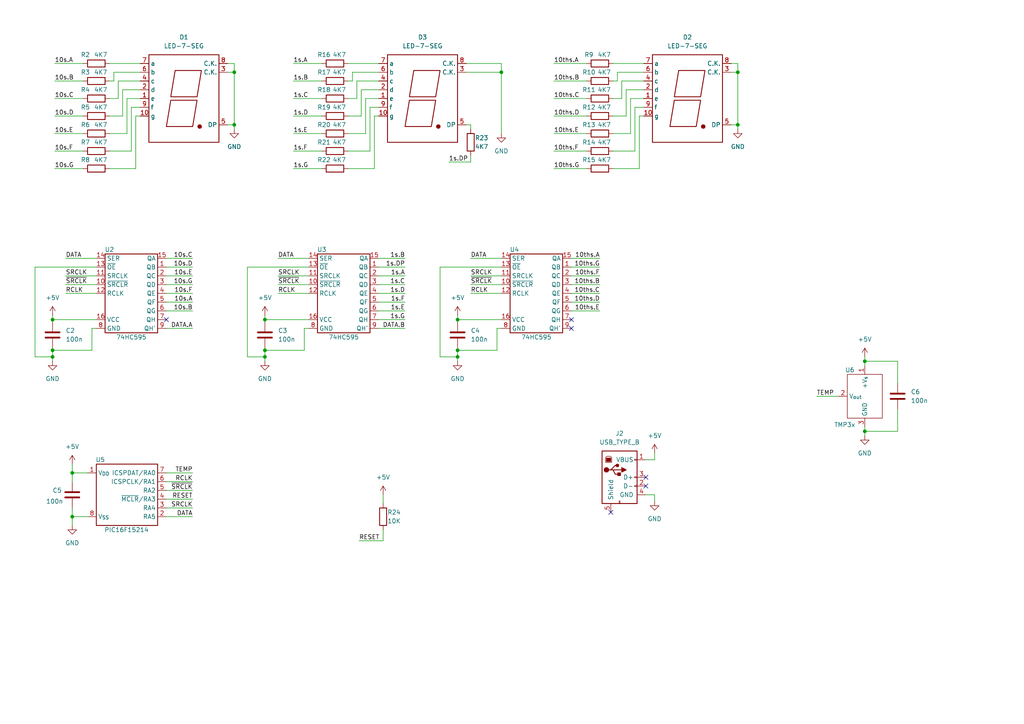
<source format=kicad_sch>
(kicad_sch (version 20230121) (generator eeschema)
  (paper "A4")
  (lib_symbols
    (symbol "Device:R" (pin_numbers hide) (pin_names (offset 0))
      (property "Reference" "R" (at 2.032 0 90))
      (property "Value" "R" (at 0 0 90))
      (symbol "R_0_1"
        (rectangle (start -1.016 -2.54) (end 1.016 2.54) (stroke (width 0.254)))
      )
      (symbol "R_1_1"
        (pin passive line (at 0 3.81 270) (length 1.27) (name "~") (number "1"))
        (pin passive line (at 0 -3.81 90) (length 1.27) (name "~") (number "2"))
      )
    )
    (symbol "Schematic Symbols:74HC595"
      (property "Reference" "U" (at -6.35 15.24 0))
      (property "Value" "74HC595" (at -2.54 12.7 0))
      (symbol "74HC595_1_0"
        (pin output line (at 10.16 7.62 180) (length 2.54) (name "QB") (number "1"))
        (pin input line (at -10.16 2.54 0) (length 2.54) (name "~{SRCLR}") (number "10"))
        (pin input line (at -10.16 5.08 0) (length 2.54) (name "SRCLK") (number "11"))
        (pin input line (at -10.16 0 0) (length 2.54) (name "RCLK") (number "12"))
        (pin input line (at -10.16 7.62 0) (length 2.54) (name "~{OE}") (number "13"))
        (pin input line (at -10.16 10.16 0) (length 2.54) (name "SER") (number "14"))
        (pin output line (at 10.16 10.16 180) (length 2.54) (name "QA") (number "15"))
        (pin power_in line (at -10.16 -7.62 0) (length 2.54) (name "VCC") (number "16"))
        (pin output line (at 10.16 5.08 180) (length 2.54) (name "QC") (number "2"))
        (pin output line (at 10.16 2.54 180) (length 2.54) (name "QD") (number "3"))
        (pin output line (at 10.16 0 180) (length 2.54) (name "QE") (number "4"))
        (pin output line (at 10.16 -2.54 180) (length 2.54) (name "QF") (number "5"))
        (pin output line (at 10.16 -5.08 180) (length 2.54) (name "QG") (number "6"))
        (pin output line (at 10.16 -7.62 180) (length 2.54) (name "QH") (number "7"))
        (pin power_in line (at -10.16 -10.16 0) (length 2.54) (name "GND") (number "8"))
        (pin output line (at 10.16 -10.16 180) (length 2.54) (name "QH'") (number "9"))
      )
      (symbol "74HC595_1_1"
        (rectangle (start -7.62 11.43) (end 7.62 -11.43) (stroke (width 0.254)))
      )
    )
    (symbol "Schematic Symbols:C" (pin_numbers hide) (pin_names (offset 0.254))
      (property "Reference" "C" (at 0.635 2.54 0))
      (property "Value" "C" (at 0.635 -2.54 0))
      (symbol "C_0_1"
        (polyline (pts (xy -2.032 -0.762) (xy 2.032 -0.762)) (stroke (width 0.508)))
        (polyline (pts (xy -2.032 0.762) (xy 2.032 0.762)) (stroke (width 0.508)))
      )
      (symbol "C_1_1"
        (pin passive line (at 0 3.81 270) (length 2.794) (name "~") (number "1"))
        (pin passive line (at 0 -3.81 90) (length 2.794) (name "~") (number "2"))
      )
    )
    (symbol "Schematic Symbols:LED-7-SEG"
      (property "Reference" "D" (at -10.16 13.97 0))
      (property "Value" "LED-7-SEG" (at 4.064 13.97 0))
      (symbol "LED-7-SEG_0_1"
        (rectangle (start -10.16 12.7) (end 10.16 -12.7) (stroke (width 0.254)))
        (polyline (pts (xy -3.81 -0.508) (xy 3.81 -0.508) (xy 2.54 -8.128) (xy -5.08 -8.128) (xy -3.81 -0.508) (xy -3.81 -0.508)) (stroke (width 0.254)))
        (polyline (pts (xy -2.54 8.128) (xy 5.08 8.128) (xy 3.81 0.508) (xy -3.81 0.508) (xy -2.54 8.128) (xy -2.54 8.128)) (stroke (width 0.254)))
        (circle (center 4.572 -8.128) (radius 0.508) (stroke (width 0.254)) (fill (type outline)))
      )
      (symbol "LED-7-SEG_1_1"
        (pin passive line (at -12.7 0 0) (length 2.54) (name "e") (number "1"))
        (pin passive line (at -12.7 -5.08 0) (length 2.54) (name "g") (number "10"))
        (pin passive line (at -12.7 2.54 0) (length 2.54) (name "d") (number "2"))
        (pin passive line (at 12.7 7.62 180) (length 2.54) (name "C.K.") (number "3"))
        (pin passive line (at -12.7 5.08 0) (length 2.54) (name "c") (number "4"))
        (pin passive line (at 12.7 -7.62 180) (length 2.54) (name "DP") (number "5"))
        (pin passive line (at -12.7 7.62 0) (length 2.54) (name "b") (number "6"))
        (pin passive line (at -12.7 10.16 0) (length 2.54) (name "a") (number "7"))
        (pin passive line (at 12.7 10.16 180) (length 2.54) (name "C.K.") (number "8"))
        (pin passive line (at -12.7 -2.54 0) (length 2.54) (name "f") (number "9"))
      )
    )
    (symbol "Schematic Symbols:PIC16F15214"
      (property "Reference" "U" (at -8.89 10.16 0))
      (property "Value" "PIC16F15214" (at 0 -10.16 0))
      (symbol "PIC16F15214_0_1"
        (rectangle (start -8.89 8.89) (end 8.89 -8.89) (stroke (width 0.254)))
      )
      (symbol "PIC16F15214_1_1"
        (pin power_in line (at -11.43 6.35 0) (length 2.54) (name "V_{DD}") (number "1"))
        (pin bidirectional line (at 11.43 -6.35 180) (length 2.54) (name "RA5") (number "2"))
        (pin bidirectional line (at 11.43 -3.81 180) (length 2.54) (name "RA4") (number "3"))
        (pin bidirectional line (at 11.43 -1.27 180) (length 2.54) (name "~{MCLR}/RA3") (number "4"))
        (pin bidirectional line (at 11.43 1.27 180) (length 2.54) (name "RA2") (number "5"))
        (pin bidirectional line (at 11.43 3.81 180) (length 2.54) (name "ICSPCLK/RA1") (number "6"))
        (pin bidirectional line (at 11.43 6.35 180) (length 2.54) (name "ICSPDAT/RA0") (number "7"))
        (pin power_in line (at -11.43 -6.35 0) (length 2.54) (name "V_{SS}") (number "8"))
      )
    )
    (symbol "Schematic Symbols:TMP3x"
      (property "Reference" "U" (at -5.08 7.62 0))
      (property "Value" "TMP3x" (at 3.81 -7.62 0))
      (symbol "TMP3x_0_1"
        (rectangle (start -5.08 6.35) (end 5.08 -6.35))
      )
      (symbol "TMP3x_1_1"
        (pin power_in line (at 0 8.89 270) (length 2.54) (name "+V_{s}") (number "1"))
        (pin output line (at 7.62 0 180) (length 2.54) (name "V_{out}") (number "2"))
        (pin power_in line (at 0 -8.89 90) (length 2.54) (name "GND") (number "3"))
      )
    )
    (symbol "Schematic Symbols:USB_TYPE_B" (pin_names (offset 1.016))
      (property "Reference" "J" (at -5.08 11.43 0))
      (property "Value" "USB_TYPE_B" (at -5.08 8.89 0))
      (symbol "USB_TYPE_B_0_1"
        (rectangle (start -5.08 -7.62) (end 5.08 7.62) (stroke (width 0.254)))
        (circle (center -3.81 2.159) (radius 0.635) (stroke (width 0.254)) (fill (type outline)))
        (rectangle (start -3.81 5.588) (end -2.54 4.572) (fill (type outline)))
        (circle (center -0.635 3.429) (radius 0.381) (stroke (width 0.254)) (fill (type outline)))
        (rectangle (start -0.127 -7.62) (end 0.127 -6.858))
        (polyline (pts (xy -1.905 2.159) (xy 0.635 2.159)) (stroke (width 0.254)))
        (polyline (pts (xy -3.175 2.159) (xy -2.54 2.159) (xy -1.27 3.429) (xy -0.635 3.429)) (stroke (width 0.254)))
        (polyline (pts (xy -2.54 2.159) (xy -1.905 2.159) (xy -1.27 0.889) (xy 0 0.889)) (stroke (width 0.254)))
        (polyline (pts (xy 0.635 2.794) (xy 0.635 1.524) (xy 1.905 2.159) (xy 0.635 2.794)) (stroke (width 0.254)) (fill (type outline)))
        (polyline (pts (xy -4.064 4.318) (xy -2.286 4.318) (xy -2.286 5.715) (xy -2.667 6.096) (xy -3.683 6.096) (xy -4.064 5.715) (xy -4.064 4.318)))
        (rectangle (start 0.254 1.27) (end -0.508 0.508) (stroke (width 0.254)) (fill (type outline)))
        (rectangle (start 5.08 -2.667) (end 4.318 -2.413))
        (rectangle (start 5.08 -0.127) (end 4.318 0.127))
        (rectangle (start 5.08 4.953) (end 4.318 5.207))
      )
      (symbol "USB_TYPE_B_1_1"
        (pin power_out line (at 7.62 5.08 180) (length 2.54) (name "VBUS") (number "1"))
        (pin bidirectional line (at 7.62 -2.54 180) (length 2.54) (name "D-") (number "2"))
        (pin bidirectional line (at 7.62 0 180) (length 2.54) (name "D+") (number "3"))
        (pin power_out line (at 7.62 -5.08 180) (length 2.54) (name "GND") (number "4"))
        (pin passive line (at -2.54 -10.16 90) (length 2.54) (name "Shield") (number "5"))
      )
    )
    (symbol "power:+5V" (power) (pin_names (offset 0))
      (property "Value" "+5V" (at 0 3.556 0))
      (symbol "+5V_0_1"
        (polyline (pts (xy -0.762 1.27) (xy 0 2.54)))
        (polyline (pts (xy 0 0) (xy 0 2.54)))
        (polyline (pts (xy 0 2.54) (xy 0.762 1.27)))
      )
      (symbol "+5V_1_1"
        (pin power_in line (at 0 0 90) (length 0) hide (name "+5V") (number "1"))
      )
    )
    (symbol "power:GND" (power) (pin_names (offset 0))
      (property "Value" "GND" (at 0 -3.81 0))
      (symbol "GND_0_1"
        (polyline (pts (xy 0 0) (xy 0 -1.27) (xy 1.27 -1.27) (xy 0 -2.54) (xy -1.27 -1.27) (xy 0 -1.27)))
      )
      (symbol "GND_1_1"
        (pin power_in line (at 0 0 270) (length 0) hide (name "GND") (number "1"))
      )
    )
  )
  (junction (at 20.955 137.16))
  (junction (at 76.835 101.6))
  (junction (at 250.825 125.095))
  (junction (at 15.24 101.6))
  (junction (at 15.24 103.505))
  (junction (at 67.945 20.955))
  (junction (at 250.825 104.775))
  (junction (at 213.995 36.195))
  (junction (at 132.715 103.505))
  (junction (at 76.835 92.71))
  (junction (at 67.945 36.195))
  (junction (at 132.715 92.71))
  (junction (at 213.995 20.955))
  (junction (at 15.24 92.71))
  (junction (at 145.415 20.955))
  (junction (at 132.715 101.6))
  (junction (at 76.835 103.505))
  (junction (at 20.955 149.86))
  (no_connect (at 177.165 148.59))
  (no_connect (at 187.325 140.97))
  (no_connect (at 165.735 95.25))
  (no_connect (at 48.26 92.71))
  (no_connect (at 165.735 92.71))
  (no_connect (at 187.325 138.43))
  (wire (pts (xy 15.875 23.495) (xy 24.13 23.495)))
  (wire (pts (xy 100.965 33.655) (xy 104.775 33.655)))
  (wire (pts (xy 48.26 142.24) (xy 55.88 142.24)))
  (wire (pts (xy 165.735 74.93) (xy 173.99 74.93)))
  (wire (pts (xy 109.855 95.25) (xy 117.475 95.25)))
  (wire (pts (xy 48.26 74.93) (xy 55.88 74.93)))
  (wire (pts (xy 89.535 77.47) (xy 71.755 77.47)))
  (wire (pts (xy 67.945 36.195) (xy 67.945 37.465)))
  (wire (pts (xy 132.715 103.505) (xy 132.715 104.775)))
  (wire (pts (xy 250.825 123.825) (xy 250.825 125.095)))
  (wire (pts (xy 189.865 145.415) (xy 189.865 143.51)))
  (wire (pts (xy 76.835 92.71) (xy 76.835 93.345)))
  (wire (pts (xy 15.24 92.71) (xy 15.24 93.345)))
  (wire (pts (xy 109.855 31.115) (xy 107.315 31.115)))
  (wire (pts (xy 26.67 101.6) (xy 15.24 101.6)))
  (wire (pts (xy 80.645 80.01) (xy 89.535 80.01)))
  (wire (pts (xy 85.09 33.655) (xy 93.345 33.655)))
  (wire (pts (xy 80.645 85.09) (xy 89.535 85.09)))
  (wire (pts (xy 71.755 103.505) (xy 76.835 103.505)))
  (wire (pts (xy 189.865 133.35) (xy 187.325 133.35)))
  (wire (pts (xy 127.635 77.47) (xy 127.635 103.505)))
  (wire (pts (xy 38.1 31.115) (xy 38.1 43.815)))
  (wire (pts (xy 15.875 38.735) (xy 24.13 38.735)))
  (wire (pts (xy 160.655 28.575) (xy 170.18 28.575)))
  (wire (pts (xy 177.8 33.655) (xy 181.61 33.655)))
  (wire (pts (xy 109.855 80.01) (xy 117.475 80.01)))
  (wire (pts (xy 181.61 26.035) (xy 181.61 33.655)))
  (wire (pts (xy 109.855 92.71) (xy 117.475 92.71)))
  (wire (pts (xy 177.8 43.815) (xy 184.15 43.815)))
  (wire (pts (xy 260.35 125.095) (xy 250.825 125.095)))
  (wire (pts (xy 48.26 137.16) (xy 55.88 137.16)))
  (wire (pts (xy 100.965 48.895) (xy 108.585 48.895)))
  (wire (pts (xy 31.75 18.415) (xy 40.64 18.415)))
  (wire (pts (xy 107.315 31.115) (xy 107.315 43.815)))
  (wire (pts (xy 31.75 43.815) (xy 38.1 43.815)))
  (wire (pts (xy 25.4 137.16) (xy 20.955 137.16)))
  (wire (pts (xy 20.955 147.32) (xy 20.955 149.86)))
  (wire (pts (xy 31.75 23.495) (xy 33.02 23.495)))
  (wire (pts (xy 109.855 26.035) (xy 104.775 26.035)))
  (wire (pts (xy 250.825 103.505) (xy 250.825 104.775)))
  (wire (pts (xy 165.735 90.17) (xy 173.99 90.17)))
  (wire (pts (xy 39.37 33.655) (xy 39.37 48.895)))
  (wire (pts (xy 212.09 20.955) (xy 213.995 20.955)))
  (wire (pts (xy 102.235 20.955) (xy 102.235 23.495)))
  (wire (pts (xy 20.955 149.86) (xy 20.955 152.4)))
  (wire (pts (xy 48.26 149.86) (xy 55.88 149.86)))
  (wire (pts (xy 250.825 104.775) (xy 250.825 106.045)))
  (wire (pts (xy 108.585 33.655) (xy 108.585 48.895)))
  (wire (pts (xy 66.04 20.955) (xy 67.945 20.955)))
  (wire (pts (xy 236.855 114.935) (xy 243.205 114.935)))
  (wire (pts (xy 27.94 77.47) (xy 10.16 77.47)))
  (wire (pts (xy 85.09 48.895) (xy 93.345 48.895)))
  (wire (pts (xy 160.655 18.415) (xy 170.18 18.415)))
  (wire (pts (xy 180.34 23.495) (xy 180.34 28.575)))
  (wire (pts (xy 165.735 87.63) (xy 173.99 87.63)))
  (wire (pts (xy 109.855 74.93) (xy 117.475 74.93)))
  (wire (pts (xy 145.415 18.415) (xy 145.415 20.955)))
  (wire (pts (xy 135.255 36.195) (xy 136.525 36.195)))
  (wire (pts (xy 186.69 26.035) (xy 181.61 26.035)))
  (wire (pts (xy 250.825 125.095) (xy 250.825 126.365)))
  (wire (pts (xy 40.64 33.655) (xy 39.37 33.655)))
  (wire (pts (xy 27.94 95.25) (xy 26.67 95.25)))
  (wire (pts (xy 19.05 85.09) (xy 27.94 85.09)))
  (wire (pts (xy 80.645 74.93) (xy 89.535 74.93)))
  (wire (pts (xy 165.735 85.09) (xy 173.99 85.09)))
  (wire (pts (xy 88.265 101.6) (xy 76.835 101.6)))
  (wire (pts (xy 186.69 23.495) (xy 180.34 23.495)))
  (wire (pts (xy 213.995 20.955) (xy 213.995 36.195)))
  (wire (pts (xy 10.16 103.505) (xy 15.24 103.505)))
  (wire (pts (xy 182.88 28.575) (xy 182.88 38.735)))
  (wire (pts (xy 26.67 95.25) (xy 26.67 101.6)))
  (wire (pts (xy 40.64 28.575) (xy 36.83 28.575)))
  (wire (pts (xy 127.635 103.505) (xy 132.715 103.505)))
  (wire (pts (xy 20.955 134.62) (xy 20.955 137.16)))
  (wire (pts (xy 260.35 104.775) (xy 250.825 104.775)))
  (wire (pts (xy 109.855 23.495) (xy 103.505 23.495)))
  (wire (pts (xy 100.965 23.495) (xy 102.235 23.495)))
  (wire (pts (xy 212.09 36.195) (xy 213.995 36.195)))
  (wire (pts (xy 100.965 28.575) (xy 103.505 28.575)))
  (wire (pts (xy 85.09 23.495) (xy 93.345 23.495)))
  (wire (pts (xy 186.69 20.955) (xy 179.07 20.955)))
  (wire (pts (xy 130.175 46.99) (xy 136.525 46.99)))
  (wire (pts (xy 160.655 33.655) (xy 170.18 33.655)))
  (wire (pts (xy 109.855 90.17) (xy 117.475 90.17)))
  (wire (pts (xy 136.525 80.01) (xy 145.415 80.01)))
  (wire (pts (xy 136.525 85.09) (xy 145.415 85.09)))
  (wire (pts (xy 48.26 90.17) (xy 55.88 90.17)))
  (wire (pts (xy 48.26 147.32) (xy 55.88 147.32)))
  (wire (pts (xy 100.965 38.735) (xy 106.045 38.735)))
  (wire (pts (xy 85.09 18.415) (xy 93.345 18.415)))
  (wire (pts (xy 20.955 149.86) (xy 25.4 149.86)))
  (wire (pts (xy 76.835 101.6) (xy 76.835 100.965)))
  (wire (pts (xy 85.09 38.735) (xy 93.345 38.735)))
  (wire (pts (xy 189.865 143.51) (xy 187.325 143.51)))
  (wire (pts (xy 135.255 20.955) (xy 145.415 20.955)))
  (wire (pts (xy 76.835 101.6) (xy 76.835 103.505)))
  (wire (pts (xy 34.29 23.495) (xy 34.29 28.575)))
  (wire (pts (xy 136.525 45.085) (xy 136.525 46.99)))
  (wire (pts (xy 15.875 28.575) (xy 24.13 28.575)))
  (wire (pts (xy 160.655 48.895) (xy 170.18 48.895)))
  (wire (pts (xy 111.125 143.51) (xy 111.125 146.05)))
  (wire (pts (xy 100.965 18.415) (xy 109.855 18.415)))
  (wire (pts (xy 109.855 82.55) (xy 117.475 82.55)))
  (wire (pts (xy 31.75 28.575) (xy 34.29 28.575)))
  (wire (pts (xy 67.945 18.415) (xy 67.945 20.955)))
  (wire (pts (xy 66.04 18.415) (xy 67.945 18.415)))
  (wire (pts (xy 103.505 23.495) (xy 103.505 28.575)))
  (wire (pts (xy 212.09 18.415) (xy 213.995 18.415)))
  (wire (pts (xy 80.645 82.55) (xy 89.535 82.55)))
  (wire (pts (xy 85.09 43.815) (xy 93.345 43.815)))
  (wire (pts (xy 40.64 23.495) (xy 34.29 23.495)))
  (wire (pts (xy 109.855 77.47) (xy 117.475 77.47)))
  (wire (pts (xy 36.83 28.575) (xy 36.83 38.735)))
  (wire (pts (xy 184.15 31.115) (xy 184.15 43.815)))
  (wire (pts (xy 145.415 95.25) (xy 144.145 95.25)))
  (wire (pts (xy 109.855 87.63) (xy 117.475 87.63)))
  (wire (pts (xy 88.265 95.25) (xy 88.265 101.6)))
  (wire (pts (xy 106.045 28.575) (xy 106.045 38.735)))
  (wire (pts (xy 132.715 101.6) (xy 132.715 103.505)))
  (wire (pts (xy 177.8 48.895) (xy 185.42 48.895)))
  (wire (pts (xy 15.875 33.655) (xy 24.13 33.655)))
  (wire (pts (xy 40.64 26.035) (xy 35.56 26.035)))
  (wire (pts (xy 132.715 92.71) (xy 145.415 92.71)))
  (wire (pts (xy 145.415 77.47) (xy 127.635 77.47)))
  (wire (pts (xy 132.715 91.44) (xy 132.715 92.71)))
  (wire (pts (xy 48.26 139.7) (xy 55.88 139.7)))
  (wire (pts (xy 35.56 26.035) (xy 35.56 33.655)))
  (wire (pts (xy 186.69 31.115) (xy 184.15 31.115)))
  (wire (pts (xy 177.8 18.415) (xy 186.69 18.415)))
  (wire (pts (xy 48.26 77.47) (xy 55.88 77.47)))
  (wire (pts (xy 145.415 20.955) (xy 145.415 38.735)))
  (wire (pts (xy 109.855 28.575) (xy 106.045 28.575)))
  (wire (pts (xy 109.855 20.955) (xy 102.235 20.955)))
  (wire (pts (xy 40.64 20.955) (xy 33.02 20.955)))
  (wire (pts (xy 144.145 101.6) (xy 132.715 101.6)))
  (wire (pts (xy 48.26 144.78) (xy 55.88 144.78)))
  (wire (pts (xy 15.24 101.6) (xy 15.24 103.505)))
  (wire (pts (xy 132.715 92.71) (xy 132.715 93.345)))
  (wire (pts (xy 186.69 33.655) (xy 185.42 33.655)))
  (wire (pts (xy 213.995 36.195) (xy 213.995 37.465)))
  (wire (pts (xy 10.16 77.47) (xy 10.16 103.505)))
  (wire (pts (xy 136.525 74.93) (xy 145.415 74.93)))
  (wire (pts (xy 136.525 82.55) (xy 145.415 82.55)))
  (wire (pts (xy 15.24 103.505) (xy 15.24 104.775)))
  (wire (pts (xy 31.75 48.895) (xy 39.37 48.895)))
  (wire (pts (xy 109.855 85.09) (xy 117.475 85.09)))
  (wire (pts (xy 160.655 43.815) (xy 170.18 43.815)))
  (wire (pts (xy 135.255 18.415) (xy 145.415 18.415)))
  (wire (pts (xy 177.8 23.495) (xy 179.07 23.495)))
  (wire (pts (xy 132.715 101.6) (xy 132.715 100.965)))
  (wire (pts (xy 213.995 18.415) (xy 213.995 20.955)))
  (wire (pts (xy 144.145 95.25) (xy 144.145 101.6)))
  (wire (pts (xy 104.775 26.035) (xy 104.775 33.655)))
  (wire (pts (xy 136.525 36.195) (xy 136.525 37.465)))
  (wire (pts (xy 15.875 43.815) (xy 24.13 43.815)))
  (wire (pts (xy 189.865 131.445) (xy 189.865 133.35)))
  (wire (pts (xy 165.735 80.01) (xy 173.99 80.01)))
  (wire (pts (xy 66.04 36.195) (xy 67.945 36.195)))
  (wire (pts (xy 15.875 18.415) (xy 24.13 18.415)))
  (wire (pts (xy 100.965 43.815) (xy 107.315 43.815)))
  (wire (pts (xy 76.835 103.505) (xy 76.835 104.775)))
  (wire (pts (xy 19.05 82.55) (xy 27.94 82.55)))
  (wire (pts (xy 71.755 77.47) (xy 71.755 103.505)))
  (wire (pts (xy 104.14 156.845) (xy 111.125 156.845)))
  (wire (pts (xy 177.8 38.735) (xy 182.88 38.735)))
  (wire (pts (xy 31.75 38.735) (xy 36.83 38.735)))
  (wire (pts (xy 179.07 20.955) (xy 179.07 23.495)))
  (wire (pts (xy 48.26 82.55) (xy 55.88 82.55)))
  (wire (pts (xy 76.835 92.71) (xy 89.535 92.71)))
  (wire (pts (xy 67.945 20.955) (xy 67.945 36.195)))
  (wire (pts (xy 15.24 91.44) (xy 15.24 92.71)))
  (wire (pts (xy 48.26 95.25) (xy 55.88 95.25)))
  (wire (pts (xy 111.125 153.67) (xy 111.125 156.845)))
  (wire (pts (xy 260.35 111.125) (xy 260.35 104.775)))
  (wire (pts (xy 19.05 74.93) (xy 27.94 74.93)))
  (wire (pts (xy 31.75 33.655) (xy 35.56 33.655)))
  (wire (pts (xy 33.02 20.955) (xy 33.02 23.495)))
  (wire (pts (xy 165.735 77.47) (xy 173.99 77.47)))
  (wire (pts (xy 186.69 28.575) (xy 182.88 28.575)))
  (wire (pts (xy 15.875 48.895) (xy 24.13 48.895)))
  (wire (pts (xy 48.26 80.01) (xy 55.88 80.01)))
  (wire (pts (xy 160.655 38.735) (xy 170.18 38.735)))
  (wire (pts (xy 177.8 28.575) (xy 180.34 28.575)))
  (wire (pts (xy 185.42 33.655) (xy 185.42 48.895)))
  (wire (pts (xy 109.855 33.655) (xy 108.585 33.655)))
  (wire (pts (xy 40.64 31.115) (xy 38.1 31.115)))
  (wire (pts (xy 15.24 101.6) (xy 15.24 100.965)))
  (wire (pts (xy 48.26 85.09) (xy 55.88 85.09)))
  (wire (pts (xy 165.735 82.55) (xy 173.99 82.55)))
  (wire (pts (xy 260.35 118.745) (xy 260.35 125.095)))
  (wire (pts (xy 160.655 23.495) (xy 170.18 23.495)))
  (wire (pts (xy 15.24 92.71) (xy 27.94 92.71)))
  (wire (pts (xy 19.05 80.01) (xy 27.94 80.01)))
  (wire (pts (xy 85.09 28.575) (xy 93.345 28.575)))
  (wire (pts (xy 48.26 87.63) (xy 55.88 87.63)))
  (wire (pts (xy 89.535 95.25) (xy 88.265 95.25)))
  (wire (pts (xy 76.835 91.44) (xy 76.835 92.71)))
  (wire (pts (xy 20.955 137.16) (xy 20.955 139.7)))
  (label "1s.B" (at 117.475 74.93 180))
  (label "10s.E" (at 55.88 80.01 180))
  (label "~{SRCLK}" (at 80.645 82.55 0))
  (label "RCLK" (at 80.645 85.09 0))
  (label "SRCLK" (at 55.88 147.32 180))
  (label "10s.E" (at 15.875 38.735 0))
  (label "10s.A" (at 55.88 87.63 180))
  (label "SRCLK" (at 136.525 80.01 0))
  (label "10s.D" (at 55.88 77.47 180))
  (label "10ths.F" (at 160.655 43.815 0))
  (label "1s.E" (at 85.09 38.735 0))
  (label "10ths.F" (at 173.99 80.01 180))
  (label "SRCLK" (at 19.05 80.01 0))
  (label "10ths.B" (at 160.655 23.495 0))
  (label "DATA" (at 136.525 74.93 0))
  (label "10s.G" (at 15.875 48.895 0))
  (label "1s.D" (at 117.475 85.09 180))
  (label "1s.C" (at 117.475 82.55 180))
  (label "RESET" (at 55.88 144.78 180))
  (label "10s.A" (at 15.875 18.415 0))
  (label "DATA" (at 55.88 149.86 180))
  (label "10ths.G" (at 173.99 77.47 180))
  (label "10ths.D" (at 160.655 33.655 0))
  (label "1s.B" (at 85.09 23.495 0))
  (label "RCLK" (at 136.525 85.09 0))
  (label "10s.B" (at 55.88 90.17 180))
  (label "1s.G" (at 85.09 48.895 0))
  (label "10s.B" (at 15.875 23.495 0))
  (label "1s.E" (at 117.475 90.17 180))
  (label "10s.D" (at 15.875 33.655 0))
  (label "TEMP" (at 236.855 114.935 0))
  (label "1s.C" (at 85.09 28.575 0))
  (label "10s.F" (at 15.875 43.815 0))
  (label "10s.C" (at 55.88 74.93 180))
  (label "DATA.A" (at 55.88 95.25 180))
  (label "1s.F" (at 85.09 43.815 0))
  (label "10ths.B" (at 173.99 82.55 180))
  (label "1s.DP" (at 130.175 46.99 0))
  (label "~{SRCLK}" (at 55.88 142.24 180))
  (label "10ths.D" (at 173.99 87.63 180))
  (label "10ths.G" (at 160.655 48.895 0))
  (label "1s.DP" (at 117.475 77.47 180))
  (label "~{SRCLK}" (at 136.525 82.55 0))
  (label "10s.C" (at 15.875 28.575 0))
  (label "1s.A" (at 117.475 80.01 180))
  (label "1s.G" (at 117.475 92.71 180))
  (label "10s.F" (at 55.88 85.09 180))
  (label "1s.D" (at 85.09 33.655 0))
  (label "~{SRCLK}" (at 19.05 82.55 0))
  (label "RCLK" (at 19.05 85.09 0))
  (label "10s.G" (at 55.88 82.55 180))
  (label "RCLK" (at 55.88 139.7 180))
  (label "DATA" (at 80.645 74.93 0))
  (label "TEMP" (at 55.88 137.16 180))
  (label "RESET" (at 104.14 156.845 0))
  (label "10ths.A" (at 173.99 74.93 180))
  (label "10ths.C" (at 160.655 28.575 0))
  (label "SRCLK" (at 80.645 80.01 0))
  (label "10ths.E" (at 173.99 90.17 180))
  (label "10ths.C" (at 173.99 85.09 180))
  (label "DATA" (at 19.05 74.93 0))
  (label "10ths.E" (at 160.655 38.735 0))
  (label "DATA.B" (at 117.475 95.25 180))
  (label "1s.F" (at 117.475 87.63 180))
  (label "1s.A" (at 85.09 18.415 0))
  (label "10ths.A" (at 160.655 18.415 0))
  (symbol (lib_id "Device:R") (at 111.125 149.86 0) (unit 1)
    (property "Reference" "R24" (at 114.3 148.59 0))
    (property "Value" "10K" (at 114.3 151.13 0))
    (property "Footprint" "Resistor_THT:R_Axial_DIN0414_L11.9mm_D4.5mm_P15.24mm_Horizontal" (effects hide))
    (property "Datasheet" "https://www.seielect.com/catalog/sei-cf_cfm.pdf" (effects hide))
  )
  (symbol (lib_id "Schematic Symbols:C") (at 260.35 114.935 0) (unit 1)
    (property "Reference" "C6" (at 264.16 113.665 0) (effects (justify left)))
    (property "Value" "100n" (at 264.16 116.205 0) (effects (justify left)))
    (property "Footprint" "Footprints:C_Epoxy_D5.5mm_W3.2mm_P5.00mm" (effects hide))
    (property "Datasheet" "https://www.vishay.com/docs/45171/kseries.pdf" (effects hide))
  )
  (symbol (lib_id "Schematic Symbols:USB_TYPE_B") (at 179.705 138.43 0) (unit 1)
    (property "Reference" "J2" (at 179.705 125.73 0))
    (property "Value" "USB_TYPE_B" (at 179.705 128.27 0))
    (property "Footprint" "Footprints:USB_TYPE_B" (effects hide))
    (property "Datasheet" "https://www.cuidevices.com/product/resource/uj2-bh-th.pdf" (effects hide))
  )
  (symbol (lib_id "Schematic Symbols:LED-7-SEG") (at 122.555 28.575 0) (unit 1)
    (property "Reference" "D3" (at 122.555 10.795 0))
    (property "Value" "LED-7-SEG" (at 122.555 13.335 0))
    (property "Footprint" "Footprints:LED-7-SEG" (effects hide))
    (property "Datasheet" "https://www.inolux-corp.com/datasheet/Display/Through-Hole-Display/SingleDigit/INND-TS56%20Series_V1.0.pdf" (effects hide))
  )
  (symbol (lib_id "Device:R") (at 27.94 23.495 90) (unit 1)
    (property "Reference" "R3" (at 24.765 20.955 90))
    (property "Value" "4K7" (at 29.21 20.955 90))
    (property "Footprint" "Resistor_THT:R_Axial_DIN0414_L11.9mm_D4.5mm_P15.24mm_Horizontal" (effects hide))
    (property "Datasheet" "https://www.seielect.com/catalog/sei-cf_cfm.pdf" (effects hide))
  )
  (symbol (lib_id "Schematic Symbols:C") (at 132.715 97.155 0) (unit 1)
    (property "Reference" "C4" (at 136.525 95.885 0) (effects (justify left)))
    (property "Value" "100n" (at 136.525 98.425 0) (effects (justify left)))
    (property "Footprint" "Footprints:C_Epoxy_D5.5mm_W3.2mm_P5.00mm" (effects hide))
    (property "Datasheet" "https://www.vishay.com/docs/45171/kseries.pdf" (effects hide))
  )
  (symbol (lib_id "Device:R") (at 136.525 41.275 0) (unit 1)
    (property "Reference" "R23" (at 139.7 40.005 0))
    (property "Value" "4K7" (at 139.7 42.545 0))
    (property "Footprint" "Resistor_THT:R_Axial_DIN0414_L11.9mm_D4.5mm_P15.24mm_Horizontal" (effects hide))
    (property "Datasheet" "https://www.seielect.com/catalog/sei-cf_cfm.pdf" (effects hide))
  )
  (symbol (lib_id "Device:R") (at 97.155 28.575 90) (unit 1)
    (property "Reference" "R18" (at 93.98 26.035 90))
    (property "Value" "4K7" (at 98.425 26.035 90))
    (property "Footprint" "Resistor_THT:R_Axial_DIN0414_L11.9mm_D4.5mm_P15.24mm_Horizontal" (effects hide))
    (property "Datasheet" "https://www.seielect.com/catalog/sei-cf_cfm.pdf" (effects hide))
  )
  (symbol (lib_id "Schematic Symbols:C") (at 20.955 143.51 0) (unit 1)
    (property "Reference" "C5" (at 15.24 142.24 0) (effects (justify left)))
    (property "Value" "100n" (at 13.335 145.415 0) (effects (justify left)))
    (property "Footprint" "Footprints:C_Epoxy_D5.5mm_W3.2mm_P5.00mm" (effects hide))
    (property "Datasheet" "https://www.vishay.com/docs/45171/kseries.pdf" (effects hide))
  )
  (symbol (lib_id "Device:R") (at 173.99 48.895 90) (unit 1)
    (property "Reference" "R15" (at 170.815 46.355 90))
    (property "Value" "4K7" (at 175.26 46.355 90))
    (property "Footprint" "Resistor_THT:R_Axial_DIN0414_L11.9mm_D4.5mm_P15.24mm_Horizontal" (effects hide))
    (property "Datasheet" "https://www.seielect.com/catalog/sei-cf_cfm.pdf" (effects hide))
  )
  (symbol (lib_id "power:+5V") (at 111.125 143.51 0) (unit 1)
    (property "Reference" "#PWR017" (effects hide))
    (property "Value" "+5V" (at 111.125 138.43 0))
  )
  (symbol (lib_id "power:GND") (at 76.835 104.775 0) (unit 1)
    (property "Reference" "#PWR07" (effects hide))
    (property "Value" "GND" (at 76.835 109.855 0))
  )
  (symbol (lib_id "Device:R") (at 97.155 48.895 90) (unit 1)
    (property "Reference" "R22" (at 93.98 46.355 90))
    (property "Value" "4K7" (at 98.425 46.355 90))
    (property "Footprint" "Resistor_THT:R_Axial_DIN0414_L11.9mm_D4.5mm_P15.24mm_Horizontal" (effects hide))
    (property "Datasheet" "https://www.seielect.com/catalog/sei-cf_cfm.pdf" (effects hide))
  )
  (symbol (lib_id "power:GND") (at 132.715 104.775 0) (unit 1)
    (property "Reference" "#PWR09" (effects hide))
    (property "Value" "GND" (at 132.715 109.855 0))
  )
  (symbol (lib_id "Schematic Symbols:PIC16F15214") (at 36.83 143.51 0) (unit 1)
    (property "Reference" "U5" (at 30.48 133.35 0) (effects (justify right)))
    (property "Value" "PIC16F15214" (at 43.18 153.67 0) (effects (justify right)))
    (property "Footprint" "Footprints:DIP-8_W7.62mm_LongPads" (effects hide))
    (property "Datasheet" "https://ww1.microchip.com/downloads/en/DeviceDoc/PIC16F15213-14-23-24-43-44-Data-Sheet-DS40002195B.pdf" (effects hide))
  )
  (symbol (lib_id "power:+5V") (at 132.715 91.44 0) (unit 1)
    (property "Reference" "#PWR08" (effects hide))
    (property "Value" "+5V" (at 132.715 86.36 0))
  )
  (symbol (lib_id "Schematic Symbols:74HC595") (at 99.695 85.09 0) (unit 1)
    (property "Reference" "U3" (at 93.345 72.39 0))
    (property "Value" "74HC595" (at 99.695 97.79 0))
    (property "Footprint" "Footprints:DIP-16_W7.62mm_LongPads" (effects hide))
    (property "Datasheet" "http://www.ti.com/lit/ds/symlink/sn74hc595.pdf" (effects hide))
  )
  (symbol (lib_id "power:GND") (at 213.995 37.465 0) (unit 1)
    (property "Reference" "#PWR011" (effects hide))
    (property "Value" "GND" (at 213.995 42.545 0))
  )
  (symbol (lib_id "Device:R") (at 27.94 43.815 90) (unit 1)
    (property "Reference" "R7" (at 24.765 41.275 90))
    (property "Value" "4K7" (at 29.21 41.275 90))
    (property "Footprint" "Resistor_THT:R_Axial_DIN0414_L11.9mm_D4.5mm_P15.24mm_Horizontal" (effects hide))
    (property "Datasheet" "https://www.seielect.com/catalog/sei-cf_cfm.pdf" (effects hide))
  )
  (symbol (lib_id "Schematic Symbols:LED-7-SEG") (at 53.34 28.575 0) (unit 1)
    (property "Reference" "D1" (at 53.34 10.795 0))
    (property "Value" "LED-7-SEG" (at 53.34 13.335 0))
    (property "Footprint" "Footprints:LED-7-SEG" (effects hide))
    (property "Datasheet" "https://www.inolux-corp.com/datasheet/Display/Through-Hole-Display/SingleDigit/INND-TS56%20Series_V1.0.pdf" (effects hide))
  )
  (symbol (lib_id "Device:R") (at 173.99 38.735 90) (unit 1)
    (property "Reference" "R13" (at 170.815 36.195 90))
    (property "Value" "4K7" (at 175.26 36.195 90))
    (property "Footprint" "Resistor_THT:R_Axial_DIN0414_L11.9mm_D4.5mm_P15.24mm_Horizontal" (effects hide))
    (property "Datasheet" "https://www.seielect.com/catalog/sei-cf_cfm.pdf" (effects hide))
  )
  (symbol (lib_id "power:+5V") (at 76.835 91.44 0) (unit 1)
    (property "Reference" "#PWR06" (effects hide))
    (property "Value" "+5V" (at 76.835 86.36 0))
  )
  (symbol (lib_id "Schematic Symbols:C") (at 76.835 97.155 0) (unit 1)
    (property "Reference" "C3" (at 80.645 95.885 0) (effects (justify left)))
    (property "Value" "100n" (at 80.645 98.425 0) (effects (justify left)))
    (property "Footprint" "Footprints:C_Epoxy_D5.5mm_W3.2mm_P5.00mm" (effects hide))
    (property "Datasheet" "https://www.vishay.com/docs/45171/kseries.pdf" (effects hide))
  )
  (symbol (lib_id "Schematic Symbols:74HC595") (at 38.1 85.09 0) (unit 1)
    (property "Reference" "U2" (at 31.75 72.39 0))
    (property "Value" "74HC595" (at 38.1 97.79 0))
    (property "Footprint" "Footprints:DIP-16_W7.62mm_LongPads" (effects hide))
    (property "Datasheet" "http://www.ti.com/lit/ds/symlink/sn74hc595.pdf" (effects hide))
  )
  (symbol (lib_id "power:GND") (at 67.945 37.465 0) (unit 1)
    (property "Reference" "#PWR010" (effects hide))
    (property "Value" "GND" (at 67.945 42.545 0))
  )
  (symbol (lib_id "power:+5V") (at 15.24 91.44 0) (unit 1)
    (property "Reference" "#PWR05" (effects hide))
    (property "Value" "+5V" (at 15.24 86.36 0))
  )
  (symbol (lib_id "Device:R") (at 27.94 33.655 90) (unit 1)
    (property "Reference" "R5" (at 24.765 31.115 90))
    (property "Value" "4K7" (at 29.21 31.115 90))
    (property "Footprint" "Resistor_THT:R_Axial_DIN0414_L11.9mm_D4.5mm_P15.24mm_Horizontal" (effects hide))
    (property "Datasheet" "https://www.seielect.com/catalog/sei-cf_cfm.pdf" (effects hide))
  )
  (symbol (lib_id "power:GND") (at 20.955 152.4 0) (unit 1)
    (property "Reference" "#PWR015" (effects hide))
    (property "Value" "GND" (at 20.955 157.48 0))
  )
  (symbol (lib_id "Device:R") (at 173.99 18.415 90) (unit 1)
    (property "Reference" "R9" (at 170.815 15.875 90))
    (property "Value" "4K7" (at 175.26 15.875 90))
    (property "Footprint" "Resistor_THT:R_Axial_DIN0414_L11.9mm_D4.5mm_P15.24mm_Horizontal" (effects hide))
    (property "Datasheet" "https://www.seielect.com/catalog/sei-cf_cfm.pdf" (effects hide))
  )
  (symbol (lib_id "power:+5V") (at 250.825 103.505 0) (unit 1)
    (property "Reference" "#PWR018" (effects hide))
    (property "Value" "+5V" (at 250.825 98.425 0))
  )
  (symbol (lib_id "Device:R") (at 27.94 18.415 90) (unit 1)
    (property "Reference" "R2" (at 24.765 15.875 90))
    (property "Value" "4K7" (at 29.21 15.875 90))
    (property "Footprint" "Resistor_THT:R_Axial_DIN0414_L11.9mm_D4.5mm_P15.24mm_Horizontal" (effects hide))
    (property "Datasheet" "https://www.seielect.com/catalog/sei-cf_cfm.pdf" (effects hide))
  )
  (symbol (lib_id "power:GND") (at 145.415 38.735 0) (unit 1)
    (property "Reference" "#PWR012" (effects hide))
    (property "Value" "GND" (at 145.415 43.815 0))
  )
  (symbol (lib_id "Schematic Symbols:LED-7-SEG") (at 199.39 28.575 0) (unit 1)
    (property "Reference" "D2" (at 199.39 10.795 0))
    (property "Value" "LED-7-SEG" (at 199.39 13.335 0))
    (property "Footprint" "Footprints:LED-7-SEG" (effects hide))
    (property "Datasheet" "https://www.inolux-corp.com/datasheet/Display/Through-Hole-Display/SingleDigit/INND-TS56%20Series_V1.0.pdf" (effects hide))
  )
  (symbol (lib_id "Schematic Symbols:TMP3x") (at 250.825 114.935 0) (mirror y) (unit 1)
    (property "Reference" "U6" (at 245.11 107.315 0) (effects (justify right)))
    (property "Value" "TMP3x" (at 241.935 123.19 0) (effects (justify right)))
    (property "Footprint" "Footprints:TMP3x_TO-92" (effects hide))
    (property "Datasheet" "https://www.analog.com/media/en/technical-documentation/data-sheets/TMP35_36_37.pdf" (effects hide))
  )
  (symbol (lib_id "power:GND") (at 15.24 104.775 0) (unit 1)
    (property "Reference" "#PWR04" (effects hide))
    (property "Value" "GND" (at 15.24 109.855 0))
  )
  (symbol (lib_id "Device:R") (at 97.155 43.815 90) (unit 1)
    (property "Reference" "R21" (at 93.98 41.275 90))
    (property "Value" "4K7" (at 98.425 41.275 90))
    (property "Footprint" "Resistor_THT:R_Axial_DIN0414_L11.9mm_D4.5mm_P15.24mm_Horizontal" (effects hide))
    (property "Datasheet" "https://www.seielect.com/catalog/sei-cf_cfm.pdf" (effects hide))
  )
  (symbol (lib_id "power:GND") (at 189.865 145.415 0) (unit 1)
    (property "Reference" "#PWR014" (effects hide))
    (property "Value" "GND" (at 189.865 150.495 0))
  )
  (symbol (lib_id "power:+5V") (at 189.865 131.445 0) (unit 1)
    (property "Reference" "#PWR013" (effects hide))
    (property "Value" "+5V" (at 189.865 126.365 0))
  )
  (symbol (lib_id "Device:R") (at 173.99 23.495 90) (unit 1)
    (property "Reference" "R10" (at 170.815 20.955 90))
    (property "Value" "4K7" (at 175.26 20.955 90))
    (property "Footprint" "Resistor_THT:R_Axial_DIN0414_L11.9mm_D4.5mm_P15.24mm_Horizontal" (effects hide))
    (property "Datasheet" "https://www.seielect.com/catalog/sei-cf_cfm.pdf" (effects hide))
  )
  (symbol (lib_id "Device:R") (at 27.94 28.575 90) (unit 1)
    (property "Reference" "R4" (at 24.765 26.035 90))
    (property "Value" "4K7" (at 29.21 26.035 90))
    (property "Footprint" "Resistor_THT:R_Axial_DIN0414_L11.9mm_D4.5mm_P15.24mm_Horizontal" (effects hide))
    (property "Datasheet" "https://www.seielect.com/catalog/sei-cf_cfm.pdf" (effects hide))
  )
  (symbol (lib_id "Device:R") (at 97.155 18.415 90) (unit 1)
    (property "Reference" "R16" (at 93.98 15.875 90))
    (property "Value" "4K7" (at 98.425 15.875 90))
    (property "Footprint" "Resistor_THT:R_Axial_DIN0414_L11.9mm_D4.5mm_P15.24mm_Horizontal" (effects hide))
    (property "Datasheet" "https://www.seielect.com/catalog/sei-cf_cfm.pdf" (effects hide))
  )
  (symbol (lib_id "Schematic Symbols:74HC595") (at 155.575 85.09 0) (unit 1)
    (property "Reference" "U4" (at 149.225 72.39 0))
    (property "Value" "74HC595" (at 155.575 97.79 0))
    (property "Footprint" "Footprints:DIP-16_W7.62mm_LongPads" (effects hide))
    (property "Datasheet" "http://www.ti.com/lit/ds/symlink/sn74hc595.pdf" (effects hide))
  )
  (symbol (lib_id "Device:R") (at 173.99 28.575 90) (unit 1)
    (property "Reference" "R11" (at 170.815 26.035 90))
    (property "Value" "4K7" (at 175.26 26.035 90))
    (property "Footprint" "Resistor_THT:R_Axial_DIN0414_L11.9mm_D4.5mm_P15.24mm_Horizontal" (effects hide))
    (property "Datasheet" "https://www.seielect.com/catalog/sei-cf_cfm.pdf" (effects hide))
  )
  (symbol (lib_id "Device:R") (at 173.99 33.655 90) (unit 1)
    (property "Reference" "R12" (at 170.815 31.115 90))
    (property "Value" "4K7" (at 175.26 31.115 90))
    (property "Footprint" "Resistor_THT:R_Axial_DIN0414_L11.9mm_D4.5mm_P15.24mm_Horizontal" (effects hide))
    (property "Datasheet" "https://www.seielect.com/catalog/sei-cf_cfm.pdf" (effects hide))
  )
  (symbol (lib_id "Device:R") (at 97.155 23.495 90) (unit 1)
    (property "Reference" "R17" (at 93.98 20.955 90))
    (property "Value" "4K7" (at 98.425 20.955 90))
    (property "Footprint" "Resistor_THT:R_Axial_DIN0414_L11.9mm_D4.5mm_P15.24mm_Horizontal" (effects hide))
    (property "Datasheet" "https://www.seielect.com/catalog/sei-cf_cfm.pdf" (effects hide))
  )
  (symbol (lib_id "power:+5V") (at 20.955 134.62 0) (unit 1)
    (property "Reference" "#PWR016" (effects hide))
    (property "Value" "+5V" (at 20.955 129.54 0))
  )
  (symbol (lib_id "Device:R") (at 27.94 48.895 90) (unit 1)
    (property "Reference" "R8" (at 24.765 46.355 90))
    (property "Value" "4K7" (at 29.21 46.355 90))
    (property "Footprint" "Resistor_THT:R_Axial_DIN0414_L11.9mm_D4.5mm_P15.24mm_Horizontal" (effects hide))
    (property "Datasheet" "https://www.seielect.com/catalog/sei-cf_cfm.pdf" (effects hide))
  )
  (symbol (lib_id "Device:R") (at 173.99 43.815 90) (unit 1)
    (property "Reference" "R14" (at 170.815 41.275 90))
    (property "Value" "4K7" (at 175.26 41.275 90))
    (property "Footprint" "Resistor_THT:R_Axial_DIN0414_L11.9mm_D4.5mm_P15.24mm_Horizontal" (effects hide))
    (property "Datasheet" "https://www.seielect.com/catalog/sei-cf_cfm.pdf" (effects hide))
  )
  (symbol (lib_id "Schematic Symbols:C") (at 15.24 97.155 0) (unit 1)
    (property "Reference" "C2" (at 19.05 95.885 0) (effects (justify left)))
    (property "Value" "100n" (at 19.05 98.425 0) (effects (justify left)))
    (property "Footprint" "Footprints:C_Epoxy_D5.5mm_W3.2mm_P5.00mm" (effects hide))
    (property "Datasheet" "https://www.vishay.com/docs/45171/kseries.pdf" (effects hide))
  )
  (symbol (lib_id "Device:R") (at 97.155 38.735 90) (unit 1)
    (property "Reference" "R20" (at 93.98 36.195 90))
    (property "Value" "4K7" (at 98.425 36.195 90))
    (property "Footprint" "Resistor_THT:R_Axial_DIN0414_L11.9mm_D4.5mm_P15.24mm_Horizontal" (effects hide))
    (property "Datasheet" "https://www.seielect.com/catalog/sei-cf_cfm.pdf" (effects hide))
  )
  (symbol (lib_id "Device:R") (at 97.155 33.655 90) (unit 1)
    (property "Reference" "R19" (at 93.98 31.115 90))
    (property "Value" "4K7" (at 98.425 31.115 90))
    (property "Footprint" "Resistor_THT:R_Axial_DIN0414_L11.9mm_D4.5mm_P15.24mm_Horizontal" (effects hide))
    (property "Datasheet" "https://www.seielect.com/catalog/sei-cf_cfm.pdf" (effects hide))
  )
  (symbol (lib_id "power:GND") (at 250.825 126.365 0) (unit 1)
    (property "Reference" "#PWR03" (effects hide))
    (property "Value" "GND" (at 250.825 131.445 0))
  )
  (symbol (lib_id "Device:R") (at 27.94 38.735 90) (unit 1)
    (property "Reference" "R6" (at 24.765 36.195 90))
    (property "Value" "4K7" (at 29.21 36.195 90))
    (property "Footprint" "Resistor_THT:R_Axial_DIN0414_L11.9mm_D4.5mm_P15.24mm_Horizontal" (effects hide))
    (property "Datasheet" "https://www.seielect.com/catalog/sei-cf_cfm.pdf" (effects hide))
  )
)
</source>
